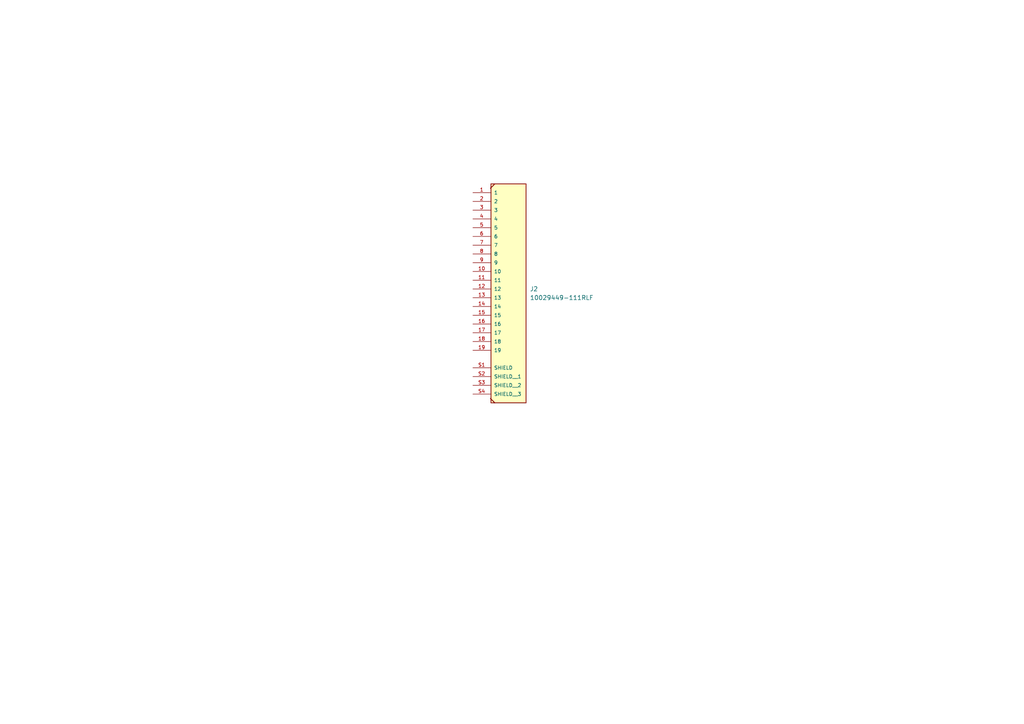
<source format=kicad_sch>
(kicad_sch (version 20230121) (generator eeschema)
  (paper "A4")
  (lib_symbols
    (symbol "Connector:10029449-111RLF" (pin_names (offset 1.016))
      (property "Reference" "J" (at -5.08 29.21 0))
      (property "Value" "10029449-111RLF" (at -5.08 -38.1 0))
      (symbol "10029449-111RLF_0_0"
        (rectangle (start -4.9099 -35.56) (end 5.2501 27.94) (stroke (width 0.254)) (fill (type background)))
        (polyline (pts (xy -5.08 -34.29) (xy -3.81 -35.56)) (stroke (width 0.254)))
        (polyline (pts (xy -3.81 27.94) (xy -5.08 26.67)) (stroke (width 0.254)))
        (pin passive line (at -10.16 25.4 0) (length 5.08) (name "1") (number "1"))
        (pin passive line (at -10.16 2.54 0) (length 5.08) (name "10") (number "10"))
        (pin passive line (at -10.16 0 0) (length 5.08) (name "11") (number "11"))
        (pin passive line (at -10.16 -2.54 0) (length 5.08) (name "12") (number "12"))
        (pin passive line (at -10.16 -5.08 0) (length 5.08) (name "13") (number "13"))
        (pin passive line (at -10.16 -7.62 0) (length 5.08) (name "14") (number "14"))
        (pin passive line (at -10.16 -10.16 0) (length 5.08) (name "15") (number "15"))
        (pin passive line (at -10.16 -12.7 0) (length 5.08) (name "16") (number "16"))
        (pin passive line (at -10.16 -15.24 0) (length 5.08) (name "17") (number "17"))
        (pin passive line (at -10.16 -17.78 0) (length 5.08) (name "18") (number "18"))
        (pin passive line (at -10.16 -20.32 0) (length 5.08) (name "19") (number "19"))
        (pin passive line (at -10.16 22.86 0) (length 5.08) (name "2") (number "2"))
        (pin passive line (at -10.16 20.32 0) (length 5.08) (name "3") (number "3"))
        (pin passive line (at -10.16 17.78 0) (length 5.08) (name "4") (number "4"))
        (pin passive line (at -10.16 15.24 0) (length 5.08) (name "5") (number "5"))
        (pin passive line (at -10.16 12.7 0) (length 5.08) (name "6") (number "6"))
        (pin passive line (at -10.16 10.16 0) (length 5.08) (name "7") (number "7"))
        (pin passive line (at -10.16 7.62 0) (length 5.08) (name "8") (number "8"))
        (pin passive line (at -10.16 5.08 0) (length 5.08) (name "9") (number "9"))
        (pin passive line (at -10.16 -25.4 0) (length 5.08) (name "SHIELD") (number "S1"))
        (pin passive line (at -10.16 -27.94 0) (length 5.08) (name "SHIELD__1") (number "S2"))
        (pin passive line (at -10.16 -30.48 0) (length 5.08) (name "SHIELD__2") (number "S3"))
        (pin passive line (at -10.16 -33.02 0) (length 5.08) (name "SHIELD__3") (number "S4"))
      )
    )
  )
  (symbol (lib_id "Connector:10029449-111RLF") (at 147.32 81.28 0) (unit 1)
    (property "Reference" "J2" (at 153.67 83.82 0) (effects (justify left)))
    (property "Value" "10029449-111RLF" (at 153.67 86.36 0) (effects (justify left)))
    (property "Footprint" "Connector_HDMI:AMPHENOL_10029449-111RLF" (effects hide))
    (property "PARTREV" "Y" (effects hide))
    (property "STANDARD" "Manufacturer Recommendations" (effects hide))
    (property "MAXIMUM_PACKAGE_HEIGHT" "6.18mm" (effects hide))
    (property "MANUFACTURER" "Amphenol" (effects hide))
  )
)
</source>
